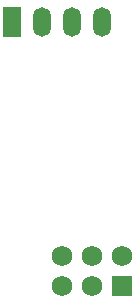
<source format=gbr>
G04 #@! TF.GenerationSoftware,KiCad,Pcbnew,(6.0.0-rc1-dev-135-gb4df06c)*
G04 #@! TF.CreationDate,2018-09-05T13:03:13+03:00*
G04 #@! TF.ProjectId,rs485-moist-sensor,72733438352D6D6F6973742D73656E73,rev?*
G04 #@! TF.SameCoordinates,Original*
G04 #@! TF.FileFunction,Soldermask,Bot*
G04 #@! TF.FilePolarity,Negative*
%FSLAX46Y46*%
G04 Gerber Fmt 4.6, Leading zero omitted, Abs format (unit mm)*
G04 Created by KiCad (PCBNEW (6.0.0-rc1-dev-135-gb4df06c)) date 2018 September 05, Wednesday 13:03:13*
%MOMM*%
%LPD*%
G01*
G04 APERTURE LIST*
%ADD10R,1.727200X1.727200*%
%ADD11C,1.727200*%
%ADD12O,1.500000X2.500000*%
%ADD13R,1.500000X2.500000*%
G04 APERTURE END LIST*
D10*
G04 #@! TO.C,P1*
X100540000Y-44270000D03*
D11*
X100540000Y-41730000D03*
X98000000Y-44270000D03*
X98000000Y-41730000D03*
X95460000Y-44270000D03*
X95460000Y-41730000D03*
G04 #@! TD*
D12*
G04 #@! TO.C,P2*
X98870000Y-21920000D03*
X96330000Y-21920000D03*
X93790000Y-21920000D03*
D13*
X91250000Y-21920000D03*
G04 #@! TD*
M02*

</source>
